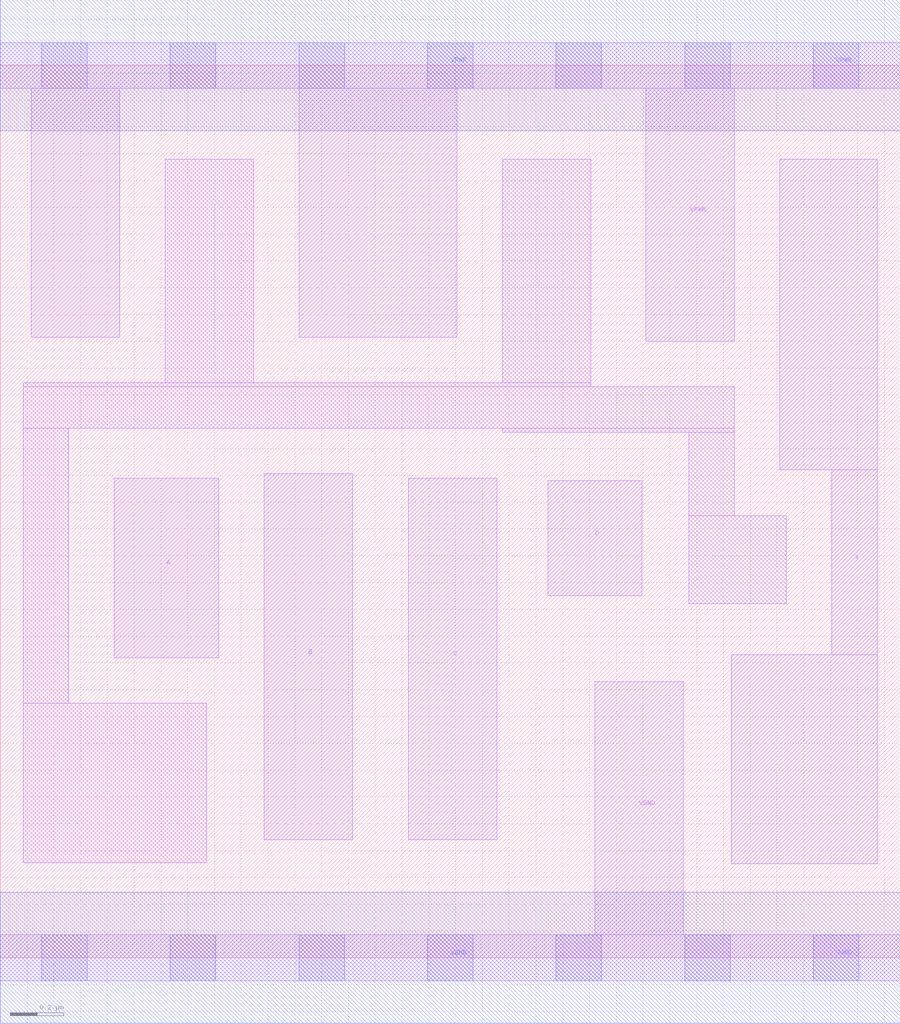
<source format=lef>
# Copyright 2020 The SkyWater PDK Authors
#
# Licensed under the Apache License, Version 2.0 (the "License");
# you may not use this file except in compliance with the License.
# You may obtain a copy of the License at
#
#     https://www.apache.org/licenses/LICENSE-2.0
#
# Unless required by applicable law or agreed to in writing, software
# distributed under the License is distributed on an "AS IS" BASIS,
# WITHOUT WARRANTIES OR CONDITIONS OF ANY KIND, either express or implied.
# See the License for the specific language governing permissions and
# limitations under the License.
#
# SPDX-License-Identifier: Apache-2.0

VERSION 5.7 ;
  NAMESCASESENSITIVE ON ;
  NOWIREEXTENSIONATPIN ON ;
  DIVIDERCHAR "/" ;
  BUSBITCHARS "[]" ;
UNITS
  DATABASE MICRONS 200 ;
END UNITS
MACRO sky130_fd_sc_hs__and4_1
  CLASS CORE ;
  SOURCE USER ;
  FOREIGN sky130_fd_sc_hs__and4_1 ;
  ORIGIN  0.000000  0.000000 ;
  SIZE  3.360000 BY  3.330000 ;
  SYMMETRY X Y ;
  SITE unit ;
  PIN A
    ANTENNAGATEAREA  0.222000 ;
    DIRECTION INPUT ;
    USE SIGNAL ;
    PORT
      LAYER li1 ;
        RECT 0.425000 1.120000 0.815000 1.790000 ;
    END
  END A
  PIN B
    ANTENNAGATEAREA  0.222000 ;
    DIRECTION INPUT ;
    USE SIGNAL ;
    PORT
      LAYER li1 ;
        RECT 0.985000 0.440000 1.315000 1.805000 ;
    END
  END B
  PIN C
    ANTENNAGATEAREA  0.222000 ;
    DIRECTION INPUT ;
    USE SIGNAL ;
    PORT
      LAYER li1 ;
        RECT 1.525000 0.440000 1.855000 1.790000 ;
    END
  END C
  PIN D
    ANTENNAGATEAREA  0.222000 ;
    DIRECTION INPUT ;
    USE SIGNAL ;
    PORT
      LAYER li1 ;
        RECT 2.045000 1.350000 2.395000 1.780000 ;
    END
  END D
  PIN X
    ANTENNADIFFAREA  0.541300 ;
    DIRECTION OUTPUT ;
    USE SIGNAL ;
    PORT
      LAYER li1 ;
        RECT 2.730000 0.350000 3.275000 1.130000 ;
        RECT 2.910000 1.820000 3.275000 2.980000 ;
        RECT 3.105000 1.130000 3.275000 1.820000 ;
    END
  END X
  PIN VGND
    DIRECTION INOUT ;
    USE GROUND ;
    PORT
      LAYER li1 ;
        RECT 0.000000 -0.085000 3.360000 0.085000 ;
        RECT 2.220000  0.085000 2.550000 1.030000 ;
      LAYER mcon ;
        RECT 0.155000 -0.085000 0.325000 0.085000 ;
        RECT 0.635000 -0.085000 0.805000 0.085000 ;
        RECT 1.115000 -0.085000 1.285000 0.085000 ;
        RECT 1.595000 -0.085000 1.765000 0.085000 ;
        RECT 2.075000 -0.085000 2.245000 0.085000 ;
        RECT 2.555000 -0.085000 2.725000 0.085000 ;
        RECT 3.035000 -0.085000 3.205000 0.085000 ;
      LAYER met1 ;
        RECT 0.000000 -0.245000 3.360000 0.245000 ;
    END
  END VGND
  PIN VPWR
    DIRECTION INOUT ;
    USE POWER ;
    PORT
      LAYER li1 ;
        RECT 0.000000 3.245000 3.360000 3.415000 ;
        RECT 0.115000 2.315000 0.445000 3.245000 ;
        RECT 1.115000 2.315000 1.705000 3.245000 ;
        RECT 2.410000 2.300000 2.740000 3.245000 ;
      LAYER mcon ;
        RECT 0.155000 3.245000 0.325000 3.415000 ;
        RECT 0.635000 3.245000 0.805000 3.415000 ;
        RECT 1.115000 3.245000 1.285000 3.415000 ;
        RECT 1.595000 3.245000 1.765000 3.415000 ;
        RECT 2.075000 3.245000 2.245000 3.415000 ;
        RECT 2.555000 3.245000 2.725000 3.415000 ;
        RECT 3.035000 3.245000 3.205000 3.415000 ;
      LAYER met1 ;
        RECT 0.000000 3.085000 3.360000 3.575000 ;
    END
  END VPWR
  OBS
    LAYER li1 ;
      RECT 0.085000 0.355000 0.770000 0.950000 ;
      RECT 0.085000 0.950000 0.255000 1.975000 ;
      RECT 0.085000 1.975000 2.740000 2.130000 ;
      RECT 0.085000 2.130000 2.205000 2.145000 ;
      RECT 0.615000 2.145000 0.945000 2.980000 ;
      RECT 1.875000 1.960000 2.740000 1.975000 ;
      RECT 1.875000 2.145000 2.205000 2.980000 ;
      RECT 2.570000 1.320000 2.935000 1.650000 ;
      RECT 2.570000 1.650000 2.740000 1.960000 ;
  END
END sky130_fd_sc_hs__and4_1

</source>
